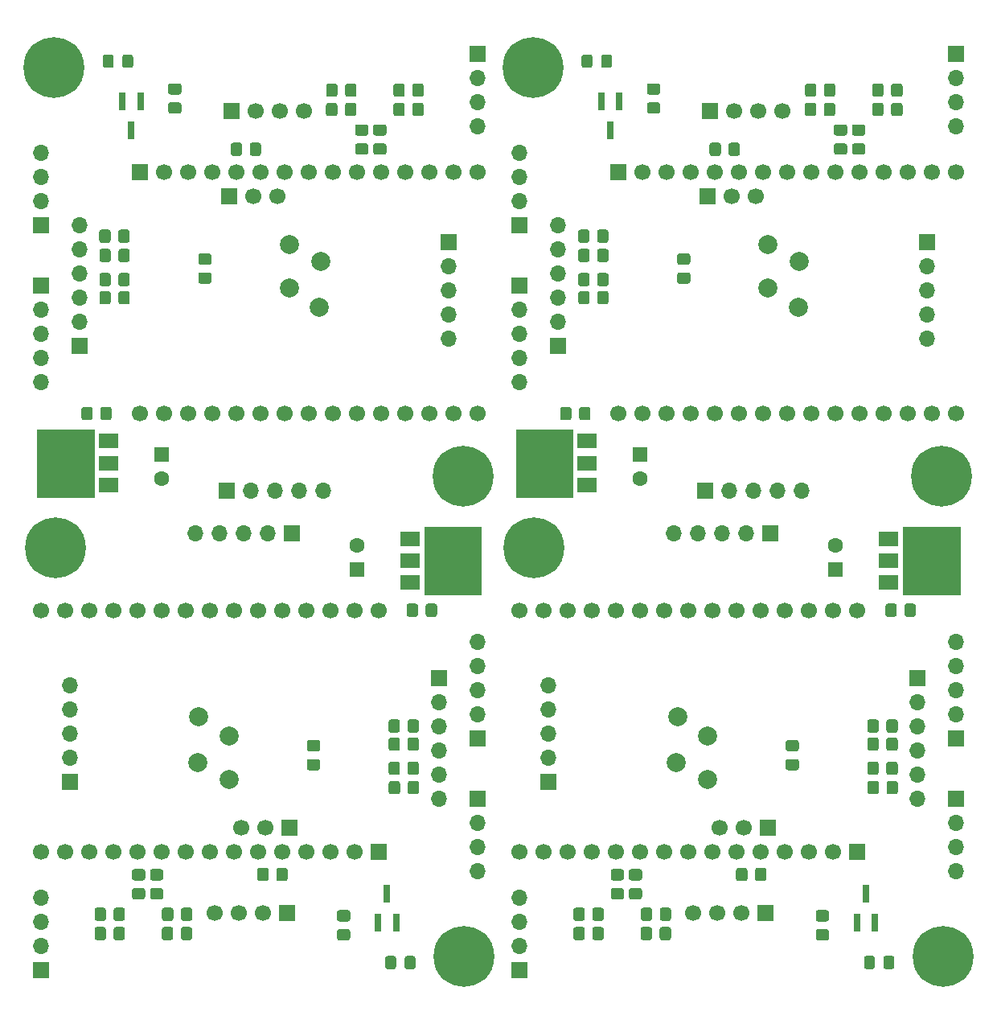
<source format=gts>
G04 #@! TF.GenerationSoftware,KiCad,Pcbnew,5.1.8-1.fc31*
G04 #@! TF.CreationDate,2021-02-10T10:50:14+01:00*
G04 #@! TF.ProjectId,neOSensorv5_panelized,6e654f53-656e-4736-9f72-76355f70616e,rev?*
G04 #@! TF.SameCoordinates,Original*
G04 #@! TF.FileFunction,Soldermask,Top*
G04 #@! TF.FilePolarity,Negative*
%FSLAX46Y46*%
G04 Gerber Fmt 4.6, Leading zero omitted, Abs format (unit mm)*
G04 Created by KiCad (PCBNEW 5.1.8-1.fc31) date 2021-02-10 10:50:14*
%MOMM*%
%LPD*%
G01*
G04 APERTURE LIST*
%ADD10C,0.100000*%
%ADD11R,0.800000X1.900000*%
%ADD12C,1.700000*%
%ADD13R,1.700000X1.700000*%
%ADD14O,1.700000X1.700000*%
%ADD15R,2.000000X1.500000*%
%ADD16R,2.000000X3.800000*%
%ADD17C,2.000000*%
%ADD18C,6.400000*%
%ADD19C,1.600000*%
%ADD20R,1.600000X1.600000*%
G04 APERTURE END LIST*
D10*
G36*
X32766000Y-73787000D02*
G01*
X26797000Y-73787000D01*
X26797000Y-66675000D01*
X32766000Y-66675000D01*
X32766000Y-73787000D01*
G37*
X32766000Y-73787000D02*
X26797000Y-73787000D01*
X26797000Y-66675000D01*
X32766000Y-66675000D01*
X32766000Y-73787000D01*
G36*
X83185000Y-73787000D02*
G01*
X77216000Y-73787000D01*
X77216000Y-66675000D01*
X83185000Y-66675000D01*
X83185000Y-73787000D01*
G37*
X83185000Y-73787000D02*
X77216000Y-73787000D01*
X77216000Y-66675000D01*
X83185000Y-66675000D01*
X83185000Y-73787000D01*
G36*
X73533000Y-84074000D02*
G01*
X67564000Y-84074000D01*
X67564000Y-76962000D01*
X73533000Y-76962000D01*
X73533000Y-84074000D01*
G37*
X73533000Y-84074000D02*
X67564000Y-84074000D01*
X67564000Y-76962000D01*
X73533000Y-76962000D01*
X73533000Y-84074000D01*
G36*
X123952000Y-84074000D02*
G01*
X117983000Y-84074000D01*
X117983000Y-76962000D01*
X123952000Y-76962000D01*
X123952000Y-84074000D01*
G37*
X123952000Y-84074000D02*
X117983000Y-84074000D01*
X117983000Y-76962000D01*
X123952000Y-76962000D01*
X123952000Y-84074000D01*
D11*
G04 #@! TO.C,Q1*
X36703000Y-35179000D03*
X35753000Y-32179000D03*
X37653000Y-32179000D03*
G04 #@! TD*
D12*
G04 #@! TO.C,U1*
X52070000Y-42164000D03*
X49530000Y-42164000D03*
D13*
X46990000Y-42164000D03*
G04 #@! TD*
D12*
G04 #@! TO.C,U2*
X54864000Y-33147000D03*
X52324000Y-33147000D03*
X49784000Y-33147000D03*
D13*
X47244000Y-33147000D03*
G04 #@! TD*
D12*
G04 #@! TO.C,U3*
X37592000Y-65024000D03*
X40132000Y-65024000D03*
X42672000Y-65024000D03*
X45212000Y-65024000D03*
X47752000Y-65024000D03*
X50292000Y-65024000D03*
X52832000Y-65024000D03*
X55372000Y-65024000D03*
X57912000Y-65024000D03*
X60452000Y-65024000D03*
X62992000Y-65024000D03*
X65532000Y-65024000D03*
X68072000Y-65024000D03*
X70612000Y-65024000D03*
X73152000Y-65024000D03*
X73152000Y-39624000D03*
X70612000Y-39624000D03*
X68072000Y-39624000D03*
X65532000Y-39624000D03*
X62992000Y-39624000D03*
X60452000Y-39624000D03*
X57912000Y-39624000D03*
X55372000Y-39624000D03*
X52832000Y-39624000D03*
X50292000Y-39624000D03*
X47752000Y-39624000D03*
X45212000Y-39624000D03*
X42672000Y-39624000D03*
X40132000Y-39624000D03*
D13*
X37592000Y-39624000D03*
G04 #@! TD*
D14*
G04 #@! TO.C,J6*
X31242000Y-45212000D03*
X31242000Y-47752000D03*
X31242000Y-50292000D03*
X31242000Y-52832000D03*
X31242000Y-55372000D03*
D13*
X31242000Y-57912000D03*
G04 #@! TD*
D15*
G04 #@! TO.C,U4*
X34290000Y-72531000D03*
X34290000Y-67931000D03*
X34290000Y-70231000D03*
D16*
X27990000Y-70231000D03*
G04 #@! TD*
D17*
G04 #@! TO.C,TP6*
X53340000Y-47244000D03*
G04 #@! TD*
G04 #@! TO.C,TP5*
X56642000Y-49022000D03*
G04 #@! TD*
G04 #@! TO.C,TP4*
X53340000Y-51816000D03*
G04 #@! TD*
G04 #@! TO.C,TP3*
X56515000Y-53848000D03*
G04 #@! TD*
G04 #@! TO.C,R21*
G36*
G01*
X61410001Y-35779000D02*
X60509999Y-35779000D01*
G75*
G02*
X60260000Y-35529001I0J249999D01*
G01*
X60260000Y-34828999D01*
G75*
G02*
X60509999Y-34579000I249999J0D01*
G01*
X61410001Y-34579000D01*
G75*
G02*
X61660000Y-34828999I0J-249999D01*
G01*
X61660000Y-35529001D01*
G75*
G02*
X61410001Y-35779000I-249999J0D01*
G01*
G37*
G36*
G01*
X61410001Y-37779000D02*
X60509999Y-37779000D01*
G75*
G02*
X60260000Y-37529001I0J249999D01*
G01*
X60260000Y-36828999D01*
G75*
G02*
X60509999Y-36579000I249999J0D01*
G01*
X61410001Y-36579000D01*
G75*
G02*
X61660000Y-36828999I0J-249999D01*
G01*
X61660000Y-37529001D01*
G75*
G02*
X61410001Y-37779000I-249999J0D01*
G01*
G37*
G04 #@! TD*
G04 #@! TO.C,R20*
G36*
G01*
X35325000Y-46805001D02*
X35325000Y-45904999D01*
G75*
G02*
X35574999Y-45655000I249999J0D01*
G01*
X36275001Y-45655000D01*
G75*
G02*
X36525000Y-45904999I0J-249999D01*
G01*
X36525000Y-46805001D01*
G75*
G02*
X36275001Y-47055000I-249999J0D01*
G01*
X35574999Y-47055000D01*
G75*
G02*
X35325000Y-46805001I0J249999D01*
G01*
G37*
G36*
G01*
X33325000Y-46805001D02*
X33325000Y-45904999D01*
G75*
G02*
X33574999Y-45655000I249999J0D01*
G01*
X34275001Y-45655000D01*
G75*
G02*
X34525000Y-45904999I0J-249999D01*
G01*
X34525000Y-46805001D01*
G75*
G02*
X34275001Y-47055000I-249999J0D01*
G01*
X33574999Y-47055000D01*
G75*
G02*
X33325000Y-46805001I0J249999D01*
G01*
G37*
G04 #@! TD*
G04 #@! TO.C,R19*
G36*
G01*
X35341000Y-51377001D02*
X35341000Y-50476999D01*
G75*
G02*
X35590999Y-50227000I249999J0D01*
G01*
X36291001Y-50227000D01*
G75*
G02*
X36541000Y-50476999I0J-249999D01*
G01*
X36541000Y-51377001D01*
G75*
G02*
X36291001Y-51627000I-249999J0D01*
G01*
X35590999Y-51627000D01*
G75*
G02*
X35341000Y-51377001I0J249999D01*
G01*
G37*
G36*
G01*
X33341000Y-51377001D02*
X33341000Y-50476999D01*
G75*
G02*
X33590999Y-50227000I249999J0D01*
G01*
X34291001Y-50227000D01*
G75*
G02*
X34541000Y-50476999I0J-249999D01*
G01*
X34541000Y-51377001D01*
G75*
G02*
X34291001Y-51627000I-249999J0D01*
G01*
X33590999Y-51627000D01*
G75*
G02*
X33341000Y-51377001I0J249999D01*
G01*
G37*
G04 #@! TD*
G04 #@! TO.C,R17*
G36*
G01*
X35341000Y-48837001D02*
X35341000Y-47936999D01*
G75*
G02*
X35590999Y-47687000I249999J0D01*
G01*
X36291001Y-47687000D01*
G75*
G02*
X36541000Y-47936999I0J-249999D01*
G01*
X36541000Y-48837001D01*
G75*
G02*
X36291001Y-49087000I-249999J0D01*
G01*
X35590999Y-49087000D01*
G75*
G02*
X35341000Y-48837001I0J249999D01*
G01*
G37*
G36*
G01*
X33341000Y-48837001D02*
X33341000Y-47936999D01*
G75*
G02*
X33590999Y-47687000I249999J0D01*
G01*
X34291001Y-47687000D01*
G75*
G02*
X34541000Y-47936999I0J-249999D01*
G01*
X34541000Y-48837001D01*
G75*
G02*
X34291001Y-49087000I-249999J0D01*
G01*
X33590999Y-49087000D01*
G75*
G02*
X33341000Y-48837001I0J249999D01*
G01*
G37*
G04 #@! TD*
G04 #@! TO.C,R16*
G36*
G01*
X35341000Y-53282001D02*
X35341000Y-52381999D01*
G75*
G02*
X35590999Y-52132000I249999J0D01*
G01*
X36291001Y-52132000D01*
G75*
G02*
X36541000Y-52381999I0J-249999D01*
G01*
X36541000Y-53282001D01*
G75*
G02*
X36291001Y-53532000I-249999J0D01*
G01*
X35590999Y-53532000D01*
G75*
G02*
X35341000Y-53282001I0J249999D01*
G01*
G37*
G36*
G01*
X33341000Y-53282001D02*
X33341000Y-52381999D01*
G75*
G02*
X33590999Y-52132000I249999J0D01*
G01*
X34291001Y-52132000D01*
G75*
G02*
X34541000Y-52381999I0J-249999D01*
G01*
X34541000Y-53282001D01*
G75*
G02*
X34291001Y-53532000I-249999J0D01*
G01*
X33590999Y-53532000D01*
G75*
G02*
X33341000Y-53282001I0J249999D01*
G01*
G37*
G04 #@! TD*
G04 #@! TO.C,R12*
G36*
G01*
X65497000Y-30537999D02*
X65497000Y-31438001D01*
G75*
G02*
X65247001Y-31688000I-249999J0D01*
G01*
X64546999Y-31688000D01*
G75*
G02*
X64297000Y-31438001I0J249999D01*
G01*
X64297000Y-30537999D01*
G75*
G02*
X64546999Y-30288000I249999J0D01*
G01*
X65247001Y-30288000D01*
G75*
G02*
X65497000Y-30537999I0J-249999D01*
G01*
G37*
G36*
G01*
X67497000Y-30537999D02*
X67497000Y-31438001D01*
G75*
G02*
X67247001Y-31688000I-249999J0D01*
G01*
X66546999Y-31688000D01*
G75*
G02*
X66297000Y-31438001I0J249999D01*
G01*
X66297000Y-30537999D01*
G75*
G02*
X66546999Y-30288000I249999J0D01*
G01*
X67247001Y-30288000D01*
G75*
G02*
X67497000Y-30537999I0J-249999D01*
G01*
G37*
G04 #@! TD*
G04 #@! TO.C,R11*
G36*
G01*
X66297000Y-33470001D02*
X66297000Y-32569999D01*
G75*
G02*
X66546999Y-32320000I249999J0D01*
G01*
X67247001Y-32320000D01*
G75*
G02*
X67497000Y-32569999I0J-249999D01*
G01*
X67497000Y-33470001D01*
G75*
G02*
X67247001Y-33720000I-249999J0D01*
G01*
X66546999Y-33720000D01*
G75*
G02*
X66297000Y-33470001I0J249999D01*
G01*
G37*
G36*
G01*
X64297000Y-33470001D02*
X64297000Y-32569999D01*
G75*
G02*
X64546999Y-32320000I249999J0D01*
G01*
X65247001Y-32320000D01*
G75*
G02*
X65497000Y-32569999I0J-249999D01*
G01*
X65497000Y-33470001D01*
G75*
G02*
X65247001Y-33720000I-249999J0D01*
G01*
X64546999Y-33720000D01*
G75*
G02*
X64297000Y-33470001I0J249999D01*
G01*
G37*
G04 #@! TD*
G04 #@! TO.C,R10*
G36*
G01*
X58417000Y-30537999D02*
X58417000Y-31438001D01*
G75*
G02*
X58167001Y-31688000I-249999J0D01*
G01*
X57466999Y-31688000D01*
G75*
G02*
X57217000Y-31438001I0J249999D01*
G01*
X57217000Y-30537999D01*
G75*
G02*
X57466999Y-30288000I249999J0D01*
G01*
X58167001Y-30288000D01*
G75*
G02*
X58417000Y-30537999I0J-249999D01*
G01*
G37*
G36*
G01*
X60417000Y-30537999D02*
X60417000Y-31438001D01*
G75*
G02*
X60167001Y-31688000I-249999J0D01*
G01*
X59466999Y-31688000D01*
G75*
G02*
X59217000Y-31438001I0J249999D01*
G01*
X59217000Y-30537999D01*
G75*
G02*
X59466999Y-30288000I249999J0D01*
G01*
X60167001Y-30288000D01*
G75*
G02*
X60417000Y-30537999I0J-249999D01*
G01*
G37*
G04 #@! TD*
G04 #@! TO.C,R9*
G36*
G01*
X48368000Y-36760999D02*
X48368000Y-37661001D01*
G75*
G02*
X48118001Y-37911000I-249999J0D01*
G01*
X47417999Y-37911000D01*
G75*
G02*
X47168000Y-37661001I0J249999D01*
G01*
X47168000Y-36760999D01*
G75*
G02*
X47417999Y-36511000I249999J0D01*
G01*
X48118001Y-36511000D01*
G75*
G02*
X48368000Y-36760999I0J-249999D01*
G01*
G37*
G36*
G01*
X50368000Y-36760999D02*
X50368000Y-37661001D01*
G75*
G02*
X50118001Y-37911000I-249999J0D01*
G01*
X49417999Y-37911000D01*
G75*
G02*
X49168000Y-37661001I0J249999D01*
G01*
X49168000Y-36760999D01*
G75*
G02*
X49417999Y-36511000I249999J0D01*
G01*
X50118001Y-36511000D01*
G75*
G02*
X50368000Y-36760999I0J-249999D01*
G01*
G37*
G04 #@! TD*
G04 #@! TO.C,R8*
G36*
G01*
X63315001Y-35779000D02*
X62414999Y-35779000D01*
G75*
G02*
X62165000Y-35529001I0J249999D01*
G01*
X62165000Y-34828999D01*
G75*
G02*
X62414999Y-34579000I249999J0D01*
G01*
X63315001Y-34579000D01*
G75*
G02*
X63565000Y-34828999I0J-249999D01*
G01*
X63565000Y-35529001D01*
G75*
G02*
X63315001Y-35779000I-249999J0D01*
G01*
G37*
G36*
G01*
X63315001Y-37779000D02*
X62414999Y-37779000D01*
G75*
G02*
X62165000Y-37529001I0J249999D01*
G01*
X62165000Y-36828999D01*
G75*
G02*
X62414999Y-36579000I249999J0D01*
G01*
X63315001Y-36579000D01*
G75*
G02*
X63565000Y-36828999I0J-249999D01*
G01*
X63565000Y-37529001D01*
G75*
G02*
X63315001Y-37779000I-249999J0D01*
G01*
G37*
G04 #@! TD*
G04 #@! TO.C,R3*
G36*
G01*
X41725001Y-31461000D02*
X40824999Y-31461000D01*
G75*
G02*
X40575000Y-31211001I0J249999D01*
G01*
X40575000Y-30510999D01*
G75*
G02*
X40824999Y-30261000I249999J0D01*
G01*
X41725001Y-30261000D01*
G75*
G02*
X41975000Y-30510999I0J-249999D01*
G01*
X41975000Y-31211001D01*
G75*
G02*
X41725001Y-31461000I-249999J0D01*
G01*
G37*
G36*
G01*
X41725001Y-33461000D02*
X40824999Y-33461000D01*
G75*
G02*
X40575000Y-33211001I0J249999D01*
G01*
X40575000Y-32510999D01*
G75*
G02*
X40824999Y-32261000I249999J0D01*
G01*
X41725001Y-32261000D01*
G75*
G02*
X41975000Y-32510999I0J-249999D01*
G01*
X41975000Y-33211001D01*
G75*
G02*
X41725001Y-33461000I-249999J0D01*
G01*
G37*
G04 #@! TD*
D14*
G04 #@! TO.C,J5*
X70104000Y-57150000D03*
X70104000Y-54610000D03*
X70104000Y-52070000D03*
X70104000Y-49530000D03*
D13*
X70104000Y-46990000D03*
G04 #@! TD*
D14*
G04 #@! TO.C,J4*
X56896000Y-73152000D03*
X54356000Y-73152000D03*
X51816000Y-73152000D03*
X49276000Y-73152000D03*
D13*
X46736000Y-73152000D03*
G04 #@! TD*
D14*
G04 #@! TO.C,J3*
X27178000Y-61722000D03*
X27178000Y-59182000D03*
X27178000Y-56642000D03*
X27178000Y-54102000D03*
D13*
X27178000Y-51562000D03*
G04 #@! TD*
D14*
G04 #@! TO.C,J2*
X73152000Y-34798000D03*
X73152000Y-32258000D03*
X73152000Y-29718000D03*
D13*
X73152000Y-27178000D03*
G04 #@! TD*
D14*
G04 #@! TO.C,J1*
X27178000Y-37592000D03*
X27178000Y-40132000D03*
X27178000Y-42672000D03*
D13*
X27178000Y-45212000D03*
G04 #@! TD*
D18*
G04 #@! TO.C,H2*
X71628000Y-71628000D03*
G04 #@! TD*
G04 #@! TO.C,H1*
X28575000Y-28575000D03*
G04 #@! TD*
G04 #@! TO.C,D1*
G36*
G01*
X34847000Y-27489999D02*
X34847000Y-28390001D01*
G75*
G02*
X34597001Y-28640000I-249999J0D01*
G01*
X33946999Y-28640000D01*
G75*
G02*
X33697000Y-28390001I0J249999D01*
G01*
X33697000Y-27489999D01*
G75*
G02*
X33946999Y-27240000I249999J0D01*
G01*
X34597001Y-27240000D01*
G75*
G02*
X34847000Y-27489999I0J-249999D01*
G01*
G37*
G36*
G01*
X36897000Y-27489999D02*
X36897000Y-28390001D01*
G75*
G02*
X36647001Y-28640000I-249999J0D01*
G01*
X35996999Y-28640000D01*
G75*
G02*
X35747000Y-28390001I0J249999D01*
G01*
X35747000Y-27489999D01*
G75*
G02*
X35996999Y-27240000I249999J0D01*
G01*
X36647001Y-27240000D01*
G75*
G02*
X36897000Y-27489999I0J-249999D01*
G01*
G37*
G04 #@! TD*
G04 #@! TO.C,C4*
G36*
G01*
X59201000Y-33470001D02*
X59201000Y-32569999D01*
G75*
G02*
X59450999Y-32320000I249999J0D01*
G01*
X60151001Y-32320000D01*
G75*
G02*
X60401000Y-32569999I0J-249999D01*
G01*
X60401000Y-33470001D01*
G75*
G02*
X60151001Y-33720000I-249999J0D01*
G01*
X59450999Y-33720000D01*
G75*
G02*
X59201000Y-33470001I0J249999D01*
G01*
G37*
G36*
G01*
X57201000Y-33470001D02*
X57201000Y-32569999D01*
G75*
G02*
X57450999Y-32320000I249999J0D01*
G01*
X58151001Y-32320000D01*
G75*
G02*
X58401000Y-32569999I0J-249999D01*
G01*
X58401000Y-33470001D01*
G75*
G02*
X58151001Y-33720000I-249999J0D01*
G01*
X57450999Y-33720000D01*
G75*
G02*
X57201000Y-33470001I0J249999D01*
G01*
G37*
G04 #@! TD*
G04 #@! TO.C,C3*
G36*
G01*
X44900001Y-49368000D02*
X43999999Y-49368000D01*
G75*
G02*
X43750000Y-49118001I0J249999D01*
G01*
X43750000Y-48417999D01*
G75*
G02*
X43999999Y-48168000I249999J0D01*
G01*
X44900001Y-48168000D01*
G75*
G02*
X45150000Y-48417999I0J-249999D01*
G01*
X45150000Y-49118001D01*
G75*
G02*
X44900001Y-49368000I-249999J0D01*
G01*
G37*
G36*
G01*
X44900001Y-51368000D02*
X43999999Y-51368000D01*
G75*
G02*
X43750000Y-51118001I0J249999D01*
G01*
X43750000Y-50417999D01*
G75*
G02*
X43999999Y-50168000I249999J0D01*
G01*
X44900001Y-50168000D01*
G75*
G02*
X45150000Y-50417999I0J-249999D01*
G01*
X45150000Y-51118001D01*
G75*
G02*
X44900001Y-51368000I-249999J0D01*
G01*
G37*
G04 #@! TD*
D19*
G04 #@! TO.C,C2*
X39878000Y-71842000D03*
D20*
X39878000Y-69342000D03*
G04 #@! TD*
G04 #@! TO.C,C1*
G36*
G01*
X34636000Y-64573999D02*
X34636000Y-65474001D01*
G75*
G02*
X34386001Y-65724000I-249999J0D01*
G01*
X33685999Y-65724000D01*
G75*
G02*
X33436000Y-65474001I0J249999D01*
G01*
X33436000Y-64573999D01*
G75*
G02*
X33685999Y-64324000I249999J0D01*
G01*
X34386001Y-64324000D01*
G75*
G02*
X34636000Y-64573999I0J-249999D01*
G01*
G37*
G36*
G01*
X32636000Y-64573999D02*
X32636000Y-65474001D01*
G75*
G02*
X32386001Y-65724000I-249999J0D01*
G01*
X31685999Y-65724000D01*
G75*
G02*
X31436000Y-65474001I0J249999D01*
G01*
X31436000Y-64573999D01*
G75*
G02*
X31685999Y-64324000I249999J0D01*
G01*
X32386001Y-64324000D01*
G75*
G02*
X32636000Y-64573999I0J-249999D01*
G01*
G37*
G04 #@! TD*
D11*
G04 #@! TO.C,Q1*
X87122000Y-35179000D03*
X86172000Y-32179000D03*
X88072000Y-32179000D03*
G04 #@! TD*
D12*
G04 #@! TO.C,U1*
X102489000Y-42164000D03*
X99949000Y-42164000D03*
D13*
X97409000Y-42164000D03*
G04 #@! TD*
D12*
G04 #@! TO.C,U2*
X105283000Y-33147000D03*
X102743000Y-33147000D03*
X100203000Y-33147000D03*
D13*
X97663000Y-33147000D03*
G04 #@! TD*
D12*
G04 #@! TO.C,U3*
X88011000Y-65024000D03*
X90551000Y-65024000D03*
X93091000Y-65024000D03*
X95631000Y-65024000D03*
X98171000Y-65024000D03*
X100711000Y-65024000D03*
X103251000Y-65024000D03*
X105791000Y-65024000D03*
X108331000Y-65024000D03*
X110871000Y-65024000D03*
X113411000Y-65024000D03*
X115951000Y-65024000D03*
X118491000Y-65024000D03*
X121031000Y-65024000D03*
X123571000Y-65024000D03*
X123571000Y-39624000D03*
X121031000Y-39624000D03*
X118491000Y-39624000D03*
X115951000Y-39624000D03*
X113411000Y-39624000D03*
X110871000Y-39624000D03*
X108331000Y-39624000D03*
X105791000Y-39624000D03*
X103251000Y-39624000D03*
X100711000Y-39624000D03*
X98171000Y-39624000D03*
X95631000Y-39624000D03*
X93091000Y-39624000D03*
X90551000Y-39624000D03*
D13*
X88011000Y-39624000D03*
G04 #@! TD*
D14*
G04 #@! TO.C,J6*
X81661000Y-45212000D03*
X81661000Y-47752000D03*
X81661000Y-50292000D03*
X81661000Y-52832000D03*
X81661000Y-55372000D03*
D13*
X81661000Y-57912000D03*
G04 #@! TD*
D15*
G04 #@! TO.C,U4*
X84709000Y-72531000D03*
X84709000Y-67931000D03*
X84709000Y-70231000D03*
D16*
X78409000Y-70231000D03*
G04 #@! TD*
D17*
G04 #@! TO.C,TP6*
X103759000Y-47244000D03*
G04 #@! TD*
G04 #@! TO.C,TP5*
X107061000Y-49022000D03*
G04 #@! TD*
G04 #@! TO.C,TP4*
X103759000Y-51816000D03*
G04 #@! TD*
G04 #@! TO.C,TP3*
X106934000Y-53848000D03*
G04 #@! TD*
G04 #@! TO.C,R21*
G36*
G01*
X111829001Y-35779000D02*
X110928999Y-35779000D01*
G75*
G02*
X110679000Y-35529001I0J249999D01*
G01*
X110679000Y-34828999D01*
G75*
G02*
X110928999Y-34579000I249999J0D01*
G01*
X111829001Y-34579000D01*
G75*
G02*
X112079000Y-34828999I0J-249999D01*
G01*
X112079000Y-35529001D01*
G75*
G02*
X111829001Y-35779000I-249999J0D01*
G01*
G37*
G36*
G01*
X111829001Y-37779000D02*
X110928999Y-37779000D01*
G75*
G02*
X110679000Y-37529001I0J249999D01*
G01*
X110679000Y-36828999D01*
G75*
G02*
X110928999Y-36579000I249999J0D01*
G01*
X111829001Y-36579000D01*
G75*
G02*
X112079000Y-36828999I0J-249999D01*
G01*
X112079000Y-37529001D01*
G75*
G02*
X111829001Y-37779000I-249999J0D01*
G01*
G37*
G04 #@! TD*
G04 #@! TO.C,R20*
G36*
G01*
X85744000Y-46805001D02*
X85744000Y-45904999D01*
G75*
G02*
X85993999Y-45655000I249999J0D01*
G01*
X86694001Y-45655000D01*
G75*
G02*
X86944000Y-45904999I0J-249999D01*
G01*
X86944000Y-46805001D01*
G75*
G02*
X86694001Y-47055000I-249999J0D01*
G01*
X85993999Y-47055000D01*
G75*
G02*
X85744000Y-46805001I0J249999D01*
G01*
G37*
G36*
G01*
X83744000Y-46805001D02*
X83744000Y-45904999D01*
G75*
G02*
X83993999Y-45655000I249999J0D01*
G01*
X84694001Y-45655000D01*
G75*
G02*
X84944000Y-45904999I0J-249999D01*
G01*
X84944000Y-46805001D01*
G75*
G02*
X84694001Y-47055000I-249999J0D01*
G01*
X83993999Y-47055000D01*
G75*
G02*
X83744000Y-46805001I0J249999D01*
G01*
G37*
G04 #@! TD*
G04 #@! TO.C,R19*
G36*
G01*
X85760000Y-51377001D02*
X85760000Y-50476999D01*
G75*
G02*
X86009999Y-50227000I249999J0D01*
G01*
X86710001Y-50227000D01*
G75*
G02*
X86960000Y-50476999I0J-249999D01*
G01*
X86960000Y-51377001D01*
G75*
G02*
X86710001Y-51627000I-249999J0D01*
G01*
X86009999Y-51627000D01*
G75*
G02*
X85760000Y-51377001I0J249999D01*
G01*
G37*
G36*
G01*
X83760000Y-51377001D02*
X83760000Y-50476999D01*
G75*
G02*
X84009999Y-50227000I249999J0D01*
G01*
X84710001Y-50227000D01*
G75*
G02*
X84960000Y-50476999I0J-249999D01*
G01*
X84960000Y-51377001D01*
G75*
G02*
X84710001Y-51627000I-249999J0D01*
G01*
X84009999Y-51627000D01*
G75*
G02*
X83760000Y-51377001I0J249999D01*
G01*
G37*
G04 #@! TD*
G04 #@! TO.C,R17*
G36*
G01*
X85760000Y-48837001D02*
X85760000Y-47936999D01*
G75*
G02*
X86009999Y-47687000I249999J0D01*
G01*
X86710001Y-47687000D01*
G75*
G02*
X86960000Y-47936999I0J-249999D01*
G01*
X86960000Y-48837001D01*
G75*
G02*
X86710001Y-49087000I-249999J0D01*
G01*
X86009999Y-49087000D01*
G75*
G02*
X85760000Y-48837001I0J249999D01*
G01*
G37*
G36*
G01*
X83760000Y-48837001D02*
X83760000Y-47936999D01*
G75*
G02*
X84009999Y-47687000I249999J0D01*
G01*
X84710001Y-47687000D01*
G75*
G02*
X84960000Y-47936999I0J-249999D01*
G01*
X84960000Y-48837001D01*
G75*
G02*
X84710001Y-49087000I-249999J0D01*
G01*
X84009999Y-49087000D01*
G75*
G02*
X83760000Y-48837001I0J249999D01*
G01*
G37*
G04 #@! TD*
G04 #@! TO.C,R16*
G36*
G01*
X85760000Y-53282001D02*
X85760000Y-52381999D01*
G75*
G02*
X86009999Y-52132000I249999J0D01*
G01*
X86710001Y-52132000D01*
G75*
G02*
X86960000Y-52381999I0J-249999D01*
G01*
X86960000Y-53282001D01*
G75*
G02*
X86710001Y-53532000I-249999J0D01*
G01*
X86009999Y-53532000D01*
G75*
G02*
X85760000Y-53282001I0J249999D01*
G01*
G37*
G36*
G01*
X83760000Y-53282001D02*
X83760000Y-52381999D01*
G75*
G02*
X84009999Y-52132000I249999J0D01*
G01*
X84710001Y-52132000D01*
G75*
G02*
X84960000Y-52381999I0J-249999D01*
G01*
X84960000Y-53282001D01*
G75*
G02*
X84710001Y-53532000I-249999J0D01*
G01*
X84009999Y-53532000D01*
G75*
G02*
X83760000Y-53282001I0J249999D01*
G01*
G37*
G04 #@! TD*
G04 #@! TO.C,R12*
G36*
G01*
X115916000Y-30537999D02*
X115916000Y-31438001D01*
G75*
G02*
X115666001Y-31688000I-249999J0D01*
G01*
X114965999Y-31688000D01*
G75*
G02*
X114716000Y-31438001I0J249999D01*
G01*
X114716000Y-30537999D01*
G75*
G02*
X114965999Y-30288000I249999J0D01*
G01*
X115666001Y-30288000D01*
G75*
G02*
X115916000Y-30537999I0J-249999D01*
G01*
G37*
G36*
G01*
X117916000Y-30537999D02*
X117916000Y-31438001D01*
G75*
G02*
X117666001Y-31688000I-249999J0D01*
G01*
X116965999Y-31688000D01*
G75*
G02*
X116716000Y-31438001I0J249999D01*
G01*
X116716000Y-30537999D01*
G75*
G02*
X116965999Y-30288000I249999J0D01*
G01*
X117666001Y-30288000D01*
G75*
G02*
X117916000Y-30537999I0J-249999D01*
G01*
G37*
G04 #@! TD*
G04 #@! TO.C,R11*
G36*
G01*
X116716000Y-33470001D02*
X116716000Y-32569999D01*
G75*
G02*
X116965999Y-32320000I249999J0D01*
G01*
X117666001Y-32320000D01*
G75*
G02*
X117916000Y-32569999I0J-249999D01*
G01*
X117916000Y-33470001D01*
G75*
G02*
X117666001Y-33720000I-249999J0D01*
G01*
X116965999Y-33720000D01*
G75*
G02*
X116716000Y-33470001I0J249999D01*
G01*
G37*
G36*
G01*
X114716000Y-33470001D02*
X114716000Y-32569999D01*
G75*
G02*
X114965999Y-32320000I249999J0D01*
G01*
X115666001Y-32320000D01*
G75*
G02*
X115916000Y-32569999I0J-249999D01*
G01*
X115916000Y-33470001D01*
G75*
G02*
X115666001Y-33720000I-249999J0D01*
G01*
X114965999Y-33720000D01*
G75*
G02*
X114716000Y-33470001I0J249999D01*
G01*
G37*
G04 #@! TD*
G04 #@! TO.C,R10*
G36*
G01*
X108836000Y-30537999D02*
X108836000Y-31438001D01*
G75*
G02*
X108586001Y-31688000I-249999J0D01*
G01*
X107885999Y-31688000D01*
G75*
G02*
X107636000Y-31438001I0J249999D01*
G01*
X107636000Y-30537999D01*
G75*
G02*
X107885999Y-30288000I249999J0D01*
G01*
X108586001Y-30288000D01*
G75*
G02*
X108836000Y-30537999I0J-249999D01*
G01*
G37*
G36*
G01*
X110836000Y-30537999D02*
X110836000Y-31438001D01*
G75*
G02*
X110586001Y-31688000I-249999J0D01*
G01*
X109885999Y-31688000D01*
G75*
G02*
X109636000Y-31438001I0J249999D01*
G01*
X109636000Y-30537999D01*
G75*
G02*
X109885999Y-30288000I249999J0D01*
G01*
X110586001Y-30288000D01*
G75*
G02*
X110836000Y-30537999I0J-249999D01*
G01*
G37*
G04 #@! TD*
G04 #@! TO.C,R9*
G36*
G01*
X98787000Y-36760999D02*
X98787000Y-37661001D01*
G75*
G02*
X98537001Y-37911000I-249999J0D01*
G01*
X97836999Y-37911000D01*
G75*
G02*
X97587000Y-37661001I0J249999D01*
G01*
X97587000Y-36760999D01*
G75*
G02*
X97836999Y-36511000I249999J0D01*
G01*
X98537001Y-36511000D01*
G75*
G02*
X98787000Y-36760999I0J-249999D01*
G01*
G37*
G36*
G01*
X100787000Y-36760999D02*
X100787000Y-37661001D01*
G75*
G02*
X100537001Y-37911000I-249999J0D01*
G01*
X99836999Y-37911000D01*
G75*
G02*
X99587000Y-37661001I0J249999D01*
G01*
X99587000Y-36760999D01*
G75*
G02*
X99836999Y-36511000I249999J0D01*
G01*
X100537001Y-36511000D01*
G75*
G02*
X100787000Y-36760999I0J-249999D01*
G01*
G37*
G04 #@! TD*
G04 #@! TO.C,R8*
G36*
G01*
X113734001Y-35779000D02*
X112833999Y-35779000D01*
G75*
G02*
X112584000Y-35529001I0J249999D01*
G01*
X112584000Y-34828999D01*
G75*
G02*
X112833999Y-34579000I249999J0D01*
G01*
X113734001Y-34579000D01*
G75*
G02*
X113984000Y-34828999I0J-249999D01*
G01*
X113984000Y-35529001D01*
G75*
G02*
X113734001Y-35779000I-249999J0D01*
G01*
G37*
G36*
G01*
X113734001Y-37779000D02*
X112833999Y-37779000D01*
G75*
G02*
X112584000Y-37529001I0J249999D01*
G01*
X112584000Y-36828999D01*
G75*
G02*
X112833999Y-36579000I249999J0D01*
G01*
X113734001Y-36579000D01*
G75*
G02*
X113984000Y-36828999I0J-249999D01*
G01*
X113984000Y-37529001D01*
G75*
G02*
X113734001Y-37779000I-249999J0D01*
G01*
G37*
G04 #@! TD*
G04 #@! TO.C,R3*
G36*
G01*
X92144001Y-31461000D02*
X91243999Y-31461000D01*
G75*
G02*
X90994000Y-31211001I0J249999D01*
G01*
X90994000Y-30510999D01*
G75*
G02*
X91243999Y-30261000I249999J0D01*
G01*
X92144001Y-30261000D01*
G75*
G02*
X92394000Y-30510999I0J-249999D01*
G01*
X92394000Y-31211001D01*
G75*
G02*
X92144001Y-31461000I-249999J0D01*
G01*
G37*
G36*
G01*
X92144001Y-33461000D02*
X91243999Y-33461000D01*
G75*
G02*
X90994000Y-33211001I0J249999D01*
G01*
X90994000Y-32510999D01*
G75*
G02*
X91243999Y-32261000I249999J0D01*
G01*
X92144001Y-32261000D01*
G75*
G02*
X92394000Y-32510999I0J-249999D01*
G01*
X92394000Y-33211001D01*
G75*
G02*
X92144001Y-33461000I-249999J0D01*
G01*
G37*
G04 #@! TD*
D14*
G04 #@! TO.C,J5*
X120523000Y-57150000D03*
X120523000Y-54610000D03*
X120523000Y-52070000D03*
X120523000Y-49530000D03*
D13*
X120523000Y-46990000D03*
G04 #@! TD*
D14*
G04 #@! TO.C,J4*
X107315000Y-73152000D03*
X104775000Y-73152000D03*
X102235000Y-73152000D03*
X99695000Y-73152000D03*
D13*
X97155000Y-73152000D03*
G04 #@! TD*
D14*
G04 #@! TO.C,J3*
X77597000Y-61722000D03*
X77597000Y-59182000D03*
X77597000Y-56642000D03*
X77597000Y-54102000D03*
D13*
X77597000Y-51562000D03*
G04 #@! TD*
D14*
G04 #@! TO.C,J2*
X123571000Y-34798000D03*
X123571000Y-32258000D03*
X123571000Y-29718000D03*
D13*
X123571000Y-27178000D03*
G04 #@! TD*
D14*
G04 #@! TO.C,J1*
X77597000Y-37592000D03*
X77597000Y-40132000D03*
X77597000Y-42672000D03*
D13*
X77597000Y-45212000D03*
G04 #@! TD*
D18*
G04 #@! TO.C,H2*
X122047000Y-71628000D03*
G04 #@! TD*
G04 #@! TO.C,H1*
X78994000Y-28575000D03*
G04 #@! TD*
G04 #@! TO.C,D1*
G36*
G01*
X85266000Y-27489999D02*
X85266000Y-28390001D01*
G75*
G02*
X85016001Y-28640000I-249999J0D01*
G01*
X84365999Y-28640000D01*
G75*
G02*
X84116000Y-28390001I0J249999D01*
G01*
X84116000Y-27489999D01*
G75*
G02*
X84365999Y-27240000I249999J0D01*
G01*
X85016001Y-27240000D01*
G75*
G02*
X85266000Y-27489999I0J-249999D01*
G01*
G37*
G36*
G01*
X87316000Y-27489999D02*
X87316000Y-28390001D01*
G75*
G02*
X87066001Y-28640000I-249999J0D01*
G01*
X86415999Y-28640000D01*
G75*
G02*
X86166000Y-28390001I0J249999D01*
G01*
X86166000Y-27489999D01*
G75*
G02*
X86415999Y-27240000I249999J0D01*
G01*
X87066001Y-27240000D01*
G75*
G02*
X87316000Y-27489999I0J-249999D01*
G01*
G37*
G04 #@! TD*
G04 #@! TO.C,C4*
G36*
G01*
X109620000Y-33470001D02*
X109620000Y-32569999D01*
G75*
G02*
X109869999Y-32320000I249999J0D01*
G01*
X110570001Y-32320000D01*
G75*
G02*
X110820000Y-32569999I0J-249999D01*
G01*
X110820000Y-33470001D01*
G75*
G02*
X110570001Y-33720000I-249999J0D01*
G01*
X109869999Y-33720000D01*
G75*
G02*
X109620000Y-33470001I0J249999D01*
G01*
G37*
G36*
G01*
X107620000Y-33470001D02*
X107620000Y-32569999D01*
G75*
G02*
X107869999Y-32320000I249999J0D01*
G01*
X108570001Y-32320000D01*
G75*
G02*
X108820000Y-32569999I0J-249999D01*
G01*
X108820000Y-33470001D01*
G75*
G02*
X108570001Y-33720000I-249999J0D01*
G01*
X107869999Y-33720000D01*
G75*
G02*
X107620000Y-33470001I0J249999D01*
G01*
G37*
G04 #@! TD*
G04 #@! TO.C,C3*
G36*
G01*
X95319001Y-49368000D02*
X94418999Y-49368000D01*
G75*
G02*
X94169000Y-49118001I0J249999D01*
G01*
X94169000Y-48417999D01*
G75*
G02*
X94418999Y-48168000I249999J0D01*
G01*
X95319001Y-48168000D01*
G75*
G02*
X95569000Y-48417999I0J-249999D01*
G01*
X95569000Y-49118001D01*
G75*
G02*
X95319001Y-49368000I-249999J0D01*
G01*
G37*
G36*
G01*
X95319001Y-51368000D02*
X94418999Y-51368000D01*
G75*
G02*
X94169000Y-51118001I0J249999D01*
G01*
X94169000Y-50417999D01*
G75*
G02*
X94418999Y-50168000I249999J0D01*
G01*
X95319001Y-50168000D01*
G75*
G02*
X95569000Y-50417999I0J-249999D01*
G01*
X95569000Y-51118001D01*
G75*
G02*
X95319001Y-51368000I-249999J0D01*
G01*
G37*
G04 #@! TD*
D19*
G04 #@! TO.C,C2*
X90297000Y-71842000D03*
D20*
X90297000Y-69342000D03*
G04 #@! TD*
G04 #@! TO.C,C1*
G36*
G01*
X85055000Y-64573999D02*
X85055000Y-65474001D01*
G75*
G02*
X84805001Y-65724000I-249999J0D01*
G01*
X84104999Y-65724000D01*
G75*
G02*
X83855000Y-65474001I0J249999D01*
G01*
X83855000Y-64573999D01*
G75*
G02*
X84104999Y-64324000I249999J0D01*
G01*
X84805001Y-64324000D01*
G75*
G02*
X85055000Y-64573999I0J-249999D01*
G01*
G37*
G36*
G01*
X83055000Y-64573999D02*
X83055000Y-65474001D01*
G75*
G02*
X82805001Y-65724000I-249999J0D01*
G01*
X82104999Y-65724000D01*
G75*
G02*
X81855000Y-65474001I0J249999D01*
G01*
X81855000Y-64573999D01*
G75*
G02*
X82104999Y-64324000I249999J0D01*
G01*
X82805001Y-64324000D01*
G75*
G02*
X83055000Y-64573999I0J-249999D01*
G01*
G37*
G04 #@! TD*
D11*
G04 #@! TO.C,Q1*
X63627000Y-115570000D03*
X64577000Y-118570000D03*
X62677000Y-118570000D03*
G04 #@! TD*
D12*
G04 #@! TO.C,U1*
X48260000Y-108585000D03*
X50800000Y-108585000D03*
D13*
X53340000Y-108585000D03*
G04 #@! TD*
D12*
G04 #@! TO.C,U2*
X45466000Y-117602000D03*
X48006000Y-117602000D03*
X50546000Y-117602000D03*
D13*
X53086000Y-117602000D03*
G04 #@! TD*
D12*
G04 #@! TO.C,U3*
X62738000Y-85725000D03*
X60198000Y-85725000D03*
X57658000Y-85725000D03*
X55118000Y-85725000D03*
X52578000Y-85725000D03*
X50038000Y-85725000D03*
X47498000Y-85725000D03*
X44958000Y-85725000D03*
X42418000Y-85725000D03*
X39878000Y-85725000D03*
X37338000Y-85725000D03*
X34798000Y-85725000D03*
X32258000Y-85725000D03*
X29718000Y-85725000D03*
X27178000Y-85725000D03*
X27178000Y-111125000D03*
X29718000Y-111125000D03*
X32258000Y-111125000D03*
X34798000Y-111125000D03*
X37338000Y-111125000D03*
X39878000Y-111125000D03*
X42418000Y-111125000D03*
X44958000Y-111125000D03*
X47498000Y-111125000D03*
X50038000Y-111125000D03*
X52578000Y-111125000D03*
X55118000Y-111125000D03*
X57658000Y-111125000D03*
X60198000Y-111125000D03*
D13*
X62738000Y-111125000D03*
G04 #@! TD*
D14*
G04 #@! TO.C,J6*
X69088000Y-105537000D03*
X69088000Y-102997000D03*
X69088000Y-100457000D03*
X69088000Y-97917000D03*
X69088000Y-95377000D03*
D13*
X69088000Y-92837000D03*
G04 #@! TD*
D15*
G04 #@! TO.C,U4*
X66040000Y-78218000D03*
X66040000Y-82818000D03*
X66040000Y-80518000D03*
D16*
X72340000Y-80518000D03*
G04 #@! TD*
D17*
G04 #@! TO.C,TP6*
X46990000Y-103505000D03*
G04 #@! TD*
G04 #@! TO.C,TP5*
X43688000Y-101727000D03*
G04 #@! TD*
G04 #@! TO.C,TP4*
X46990000Y-98933000D03*
G04 #@! TD*
G04 #@! TO.C,TP3*
X43815000Y-96901000D03*
G04 #@! TD*
G04 #@! TO.C,R21*
G36*
G01*
X38919999Y-114970000D02*
X39820001Y-114970000D01*
G75*
G02*
X40070000Y-115219999I0J-249999D01*
G01*
X40070000Y-115920001D01*
G75*
G02*
X39820001Y-116170000I-249999J0D01*
G01*
X38919999Y-116170000D01*
G75*
G02*
X38670000Y-115920001I0J249999D01*
G01*
X38670000Y-115219999D01*
G75*
G02*
X38919999Y-114970000I249999J0D01*
G01*
G37*
G36*
G01*
X38919999Y-112970000D02*
X39820001Y-112970000D01*
G75*
G02*
X40070000Y-113219999I0J-249999D01*
G01*
X40070000Y-113920001D01*
G75*
G02*
X39820001Y-114170000I-249999J0D01*
G01*
X38919999Y-114170000D01*
G75*
G02*
X38670000Y-113920001I0J249999D01*
G01*
X38670000Y-113219999D01*
G75*
G02*
X38919999Y-112970000I249999J0D01*
G01*
G37*
G04 #@! TD*
G04 #@! TO.C,R20*
G36*
G01*
X65005000Y-103943999D02*
X65005000Y-104844001D01*
G75*
G02*
X64755001Y-105094000I-249999J0D01*
G01*
X64054999Y-105094000D01*
G75*
G02*
X63805000Y-104844001I0J249999D01*
G01*
X63805000Y-103943999D01*
G75*
G02*
X64054999Y-103694000I249999J0D01*
G01*
X64755001Y-103694000D01*
G75*
G02*
X65005000Y-103943999I0J-249999D01*
G01*
G37*
G36*
G01*
X67005000Y-103943999D02*
X67005000Y-104844001D01*
G75*
G02*
X66755001Y-105094000I-249999J0D01*
G01*
X66054999Y-105094000D01*
G75*
G02*
X65805000Y-104844001I0J249999D01*
G01*
X65805000Y-103943999D01*
G75*
G02*
X66054999Y-103694000I249999J0D01*
G01*
X66755001Y-103694000D01*
G75*
G02*
X67005000Y-103943999I0J-249999D01*
G01*
G37*
G04 #@! TD*
G04 #@! TO.C,R19*
G36*
G01*
X64989000Y-99371999D02*
X64989000Y-100272001D01*
G75*
G02*
X64739001Y-100522000I-249999J0D01*
G01*
X64038999Y-100522000D01*
G75*
G02*
X63789000Y-100272001I0J249999D01*
G01*
X63789000Y-99371999D01*
G75*
G02*
X64038999Y-99122000I249999J0D01*
G01*
X64739001Y-99122000D01*
G75*
G02*
X64989000Y-99371999I0J-249999D01*
G01*
G37*
G36*
G01*
X66989000Y-99371999D02*
X66989000Y-100272001D01*
G75*
G02*
X66739001Y-100522000I-249999J0D01*
G01*
X66038999Y-100522000D01*
G75*
G02*
X65789000Y-100272001I0J249999D01*
G01*
X65789000Y-99371999D01*
G75*
G02*
X66038999Y-99122000I249999J0D01*
G01*
X66739001Y-99122000D01*
G75*
G02*
X66989000Y-99371999I0J-249999D01*
G01*
G37*
G04 #@! TD*
G04 #@! TO.C,R17*
G36*
G01*
X64989000Y-101911999D02*
X64989000Y-102812001D01*
G75*
G02*
X64739001Y-103062000I-249999J0D01*
G01*
X64038999Y-103062000D01*
G75*
G02*
X63789000Y-102812001I0J249999D01*
G01*
X63789000Y-101911999D01*
G75*
G02*
X64038999Y-101662000I249999J0D01*
G01*
X64739001Y-101662000D01*
G75*
G02*
X64989000Y-101911999I0J-249999D01*
G01*
G37*
G36*
G01*
X66989000Y-101911999D02*
X66989000Y-102812001D01*
G75*
G02*
X66739001Y-103062000I-249999J0D01*
G01*
X66038999Y-103062000D01*
G75*
G02*
X65789000Y-102812001I0J249999D01*
G01*
X65789000Y-101911999D01*
G75*
G02*
X66038999Y-101662000I249999J0D01*
G01*
X66739001Y-101662000D01*
G75*
G02*
X66989000Y-101911999I0J-249999D01*
G01*
G37*
G04 #@! TD*
G04 #@! TO.C,R16*
G36*
G01*
X64989000Y-97466999D02*
X64989000Y-98367001D01*
G75*
G02*
X64739001Y-98617000I-249999J0D01*
G01*
X64038999Y-98617000D01*
G75*
G02*
X63789000Y-98367001I0J249999D01*
G01*
X63789000Y-97466999D01*
G75*
G02*
X64038999Y-97217000I249999J0D01*
G01*
X64739001Y-97217000D01*
G75*
G02*
X64989000Y-97466999I0J-249999D01*
G01*
G37*
G36*
G01*
X66989000Y-97466999D02*
X66989000Y-98367001D01*
G75*
G02*
X66739001Y-98617000I-249999J0D01*
G01*
X66038999Y-98617000D01*
G75*
G02*
X65789000Y-98367001I0J249999D01*
G01*
X65789000Y-97466999D01*
G75*
G02*
X66038999Y-97217000I249999J0D01*
G01*
X66739001Y-97217000D01*
G75*
G02*
X66989000Y-97466999I0J-249999D01*
G01*
G37*
G04 #@! TD*
G04 #@! TO.C,R12*
G36*
G01*
X34833000Y-120211001D02*
X34833000Y-119310999D01*
G75*
G02*
X35082999Y-119061000I249999J0D01*
G01*
X35783001Y-119061000D01*
G75*
G02*
X36033000Y-119310999I0J-249999D01*
G01*
X36033000Y-120211001D01*
G75*
G02*
X35783001Y-120461000I-249999J0D01*
G01*
X35082999Y-120461000D01*
G75*
G02*
X34833000Y-120211001I0J249999D01*
G01*
G37*
G36*
G01*
X32833000Y-120211001D02*
X32833000Y-119310999D01*
G75*
G02*
X33082999Y-119061000I249999J0D01*
G01*
X33783001Y-119061000D01*
G75*
G02*
X34033000Y-119310999I0J-249999D01*
G01*
X34033000Y-120211001D01*
G75*
G02*
X33783001Y-120461000I-249999J0D01*
G01*
X33082999Y-120461000D01*
G75*
G02*
X32833000Y-120211001I0J249999D01*
G01*
G37*
G04 #@! TD*
G04 #@! TO.C,R11*
G36*
G01*
X34033000Y-117278999D02*
X34033000Y-118179001D01*
G75*
G02*
X33783001Y-118429000I-249999J0D01*
G01*
X33082999Y-118429000D01*
G75*
G02*
X32833000Y-118179001I0J249999D01*
G01*
X32833000Y-117278999D01*
G75*
G02*
X33082999Y-117029000I249999J0D01*
G01*
X33783001Y-117029000D01*
G75*
G02*
X34033000Y-117278999I0J-249999D01*
G01*
G37*
G36*
G01*
X36033000Y-117278999D02*
X36033000Y-118179001D01*
G75*
G02*
X35783001Y-118429000I-249999J0D01*
G01*
X35082999Y-118429000D01*
G75*
G02*
X34833000Y-118179001I0J249999D01*
G01*
X34833000Y-117278999D01*
G75*
G02*
X35082999Y-117029000I249999J0D01*
G01*
X35783001Y-117029000D01*
G75*
G02*
X36033000Y-117278999I0J-249999D01*
G01*
G37*
G04 #@! TD*
G04 #@! TO.C,R10*
G36*
G01*
X41913000Y-120211001D02*
X41913000Y-119310999D01*
G75*
G02*
X42162999Y-119061000I249999J0D01*
G01*
X42863001Y-119061000D01*
G75*
G02*
X43113000Y-119310999I0J-249999D01*
G01*
X43113000Y-120211001D01*
G75*
G02*
X42863001Y-120461000I-249999J0D01*
G01*
X42162999Y-120461000D01*
G75*
G02*
X41913000Y-120211001I0J249999D01*
G01*
G37*
G36*
G01*
X39913000Y-120211001D02*
X39913000Y-119310999D01*
G75*
G02*
X40162999Y-119061000I249999J0D01*
G01*
X40863001Y-119061000D01*
G75*
G02*
X41113000Y-119310999I0J-249999D01*
G01*
X41113000Y-120211001D01*
G75*
G02*
X40863001Y-120461000I-249999J0D01*
G01*
X40162999Y-120461000D01*
G75*
G02*
X39913000Y-120211001I0J249999D01*
G01*
G37*
G04 #@! TD*
G04 #@! TO.C,R9*
G36*
G01*
X51962000Y-113988001D02*
X51962000Y-113087999D01*
G75*
G02*
X52211999Y-112838000I249999J0D01*
G01*
X52912001Y-112838000D01*
G75*
G02*
X53162000Y-113087999I0J-249999D01*
G01*
X53162000Y-113988001D01*
G75*
G02*
X52912001Y-114238000I-249999J0D01*
G01*
X52211999Y-114238000D01*
G75*
G02*
X51962000Y-113988001I0J249999D01*
G01*
G37*
G36*
G01*
X49962000Y-113988001D02*
X49962000Y-113087999D01*
G75*
G02*
X50211999Y-112838000I249999J0D01*
G01*
X50912001Y-112838000D01*
G75*
G02*
X51162000Y-113087999I0J-249999D01*
G01*
X51162000Y-113988001D01*
G75*
G02*
X50912001Y-114238000I-249999J0D01*
G01*
X50211999Y-114238000D01*
G75*
G02*
X49962000Y-113988001I0J249999D01*
G01*
G37*
G04 #@! TD*
G04 #@! TO.C,R8*
G36*
G01*
X37014999Y-114970000D02*
X37915001Y-114970000D01*
G75*
G02*
X38165000Y-115219999I0J-249999D01*
G01*
X38165000Y-115920001D01*
G75*
G02*
X37915001Y-116170000I-249999J0D01*
G01*
X37014999Y-116170000D01*
G75*
G02*
X36765000Y-115920001I0J249999D01*
G01*
X36765000Y-115219999D01*
G75*
G02*
X37014999Y-114970000I249999J0D01*
G01*
G37*
G36*
G01*
X37014999Y-112970000D02*
X37915001Y-112970000D01*
G75*
G02*
X38165000Y-113219999I0J-249999D01*
G01*
X38165000Y-113920001D01*
G75*
G02*
X37915001Y-114170000I-249999J0D01*
G01*
X37014999Y-114170000D01*
G75*
G02*
X36765000Y-113920001I0J249999D01*
G01*
X36765000Y-113219999D01*
G75*
G02*
X37014999Y-112970000I249999J0D01*
G01*
G37*
G04 #@! TD*
G04 #@! TO.C,R3*
G36*
G01*
X58604999Y-119288000D02*
X59505001Y-119288000D01*
G75*
G02*
X59755000Y-119537999I0J-249999D01*
G01*
X59755000Y-120238001D01*
G75*
G02*
X59505001Y-120488000I-249999J0D01*
G01*
X58604999Y-120488000D01*
G75*
G02*
X58355000Y-120238001I0J249999D01*
G01*
X58355000Y-119537999D01*
G75*
G02*
X58604999Y-119288000I249999J0D01*
G01*
G37*
G36*
G01*
X58604999Y-117288000D02*
X59505001Y-117288000D01*
G75*
G02*
X59755000Y-117537999I0J-249999D01*
G01*
X59755000Y-118238001D01*
G75*
G02*
X59505001Y-118488000I-249999J0D01*
G01*
X58604999Y-118488000D01*
G75*
G02*
X58355000Y-118238001I0J249999D01*
G01*
X58355000Y-117537999D01*
G75*
G02*
X58604999Y-117288000I249999J0D01*
G01*
G37*
G04 #@! TD*
D14*
G04 #@! TO.C,J5*
X30226000Y-93599000D03*
X30226000Y-96139000D03*
X30226000Y-98679000D03*
X30226000Y-101219000D03*
D13*
X30226000Y-103759000D03*
G04 #@! TD*
D14*
G04 #@! TO.C,J4*
X43434000Y-77597000D03*
X45974000Y-77597000D03*
X48514000Y-77597000D03*
X51054000Y-77597000D03*
D13*
X53594000Y-77597000D03*
G04 #@! TD*
D14*
G04 #@! TO.C,J3*
X73152000Y-89027000D03*
X73152000Y-91567000D03*
X73152000Y-94107000D03*
X73152000Y-96647000D03*
D13*
X73152000Y-99187000D03*
G04 #@! TD*
D14*
G04 #@! TO.C,J2*
X27178000Y-115951000D03*
X27178000Y-118491000D03*
X27178000Y-121031000D03*
D13*
X27178000Y-123571000D03*
G04 #@! TD*
D14*
G04 #@! TO.C,J1*
X73152000Y-113157000D03*
X73152000Y-110617000D03*
X73152000Y-108077000D03*
D13*
X73152000Y-105537000D03*
G04 #@! TD*
D18*
G04 #@! TO.C,H2*
X28702000Y-79121000D03*
G04 #@! TD*
G04 #@! TO.C,H1*
X71755000Y-122174000D03*
G04 #@! TD*
G04 #@! TO.C,D1*
G36*
G01*
X65483000Y-123259001D02*
X65483000Y-122358999D01*
G75*
G02*
X65732999Y-122109000I249999J0D01*
G01*
X66383001Y-122109000D01*
G75*
G02*
X66633000Y-122358999I0J-249999D01*
G01*
X66633000Y-123259001D01*
G75*
G02*
X66383001Y-123509000I-249999J0D01*
G01*
X65732999Y-123509000D01*
G75*
G02*
X65483000Y-123259001I0J249999D01*
G01*
G37*
G36*
G01*
X63433000Y-123259001D02*
X63433000Y-122358999D01*
G75*
G02*
X63682999Y-122109000I249999J0D01*
G01*
X64333001Y-122109000D01*
G75*
G02*
X64583000Y-122358999I0J-249999D01*
G01*
X64583000Y-123259001D01*
G75*
G02*
X64333001Y-123509000I-249999J0D01*
G01*
X63682999Y-123509000D01*
G75*
G02*
X63433000Y-123259001I0J249999D01*
G01*
G37*
G04 #@! TD*
G04 #@! TO.C,C4*
G36*
G01*
X41129000Y-117278999D02*
X41129000Y-118179001D01*
G75*
G02*
X40879001Y-118429000I-249999J0D01*
G01*
X40178999Y-118429000D01*
G75*
G02*
X39929000Y-118179001I0J249999D01*
G01*
X39929000Y-117278999D01*
G75*
G02*
X40178999Y-117029000I249999J0D01*
G01*
X40879001Y-117029000D01*
G75*
G02*
X41129000Y-117278999I0J-249999D01*
G01*
G37*
G36*
G01*
X43129000Y-117278999D02*
X43129000Y-118179001D01*
G75*
G02*
X42879001Y-118429000I-249999J0D01*
G01*
X42178999Y-118429000D01*
G75*
G02*
X41929000Y-118179001I0J249999D01*
G01*
X41929000Y-117278999D01*
G75*
G02*
X42178999Y-117029000I249999J0D01*
G01*
X42879001Y-117029000D01*
G75*
G02*
X43129000Y-117278999I0J-249999D01*
G01*
G37*
G04 #@! TD*
G04 #@! TO.C,C3*
G36*
G01*
X55429999Y-101381000D02*
X56330001Y-101381000D01*
G75*
G02*
X56580000Y-101630999I0J-249999D01*
G01*
X56580000Y-102331001D01*
G75*
G02*
X56330001Y-102581000I-249999J0D01*
G01*
X55429999Y-102581000D01*
G75*
G02*
X55180000Y-102331001I0J249999D01*
G01*
X55180000Y-101630999D01*
G75*
G02*
X55429999Y-101381000I249999J0D01*
G01*
G37*
G36*
G01*
X55429999Y-99381000D02*
X56330001Y-99381000D01*
G75*
G02*
X56580000Y-99630999I0J-249999D01*
G01*
X56580000Y-100331001D01*
G75*
G02*
X56330001Y-100581000I-249999J0D01*
G01*
X55429999Y-100581000D01*
G75*
G02*
X55180000Y-100331001I0J249999D01*
G01*
X55180000Y-99630999D01*
G75*
G02*
X55429999Y-99381000I249999J0D01*
G01*
G37*
G04 #@! TD*
D19*
G04 #@! TO.C,C2*
X60452000Y-78907000D03*
D20*
X60452000Y-81407000D03*
G04 #@! TD*
G04 #@! TO.C,C1*
G36*
G01*
X65694000Y-86175001D02*
X65694000Y-85274999D01*
G75*
G02*
X65943999Y-85025000I249999J0D01*
G01*
X66644001Y-85025000D01*
G75*
G02*
X66894000Y-85274999I0J-249999D01*
G01*
X66894000Y-86175001D01*
G75*
G02*
X66644001Y-86425000I-249999J0D01*
G01*
X65943999Y-86425000D01*
G75*
G02*
X65694000Y-86175001I0J249999D01*
G01*
G37*
G36*
G01*
X67694000Y-86175001D02*
X67694000Y-85274999D01*
G75*
G02*
X67943999Y-85025000I249999J0D01*
G01*
X68644001Y-85025000D01*
G75*
G02*
X68894000Y-85274999I0J-249999D01*
G01*
X68894000Y-86175001D01*
G75*
G02*
X68644001Y-86425000I-249999J0D01*
G01*
X67943999Y-86425000D01*
G75*
G02*
X67694000Y-86175001I0J249999D01*
G01*
G37*
G04 #@! TD*
D11*
G04 #@! TO.C,Q1*
X114046000Y-115570000D03*
X114996000Y-118570000D03*
X113096000Y-118570000D03*
G04 #@! TD*
D12*
G04 #@! TO.C,U1*
X98679000Y-108585000D03*
X101219000Y-108585000D03*
D13*
X103759000Y-108585000D03*
G04 #@! TD*
D12*
G04 #@! TO.C,U2*
X95885000Y-117602000D03*
X98425000Y-117602000D03*
X100965000Y-117602000D03*
D13*
X103505000Y-117602000D03*
G04 #@! TD*
D12*
G04 #@! TO.C,U3*
X113157000Y-85725000D03*
X110617000Y-85725000D03*
X108077000Y-85725000D03*
X105537000Y-85725000D03*
X102997000Y-85725000D03*
X100457000Y-85725000D03*
X97917000Y-85725000D03*
X95377000Y-85725000D03*
X92837000Y-85725000D03*
X90297000Y-85725000D03*
X87757000Y-85725000D03*
X85217000Y-85725000D03*
X82677000Y-85725000D03*
X80137000Y-85725000D03*
X77597000Y-85725000D03*
X77597000Y-111125000D03*
X80137000Y-111125000D03*
X82677000Y-111125000D03*
X85217000Y-111125000D03*
X87757000Y-111125000D03*
X90297000Y-111125000D03*
X92837000Y-111125000D03*
X95377000Y-111125000D03*
X97917000Y-111125000D03*
X100457000Y-111125000D03*
X102997000Y-111125000D03*
X105537000Y-111125000D03*
X108077000Y-111125000D03*
X110617000Y-111125000D03*
D13*
X113157000Y-111125000D03*
G04 #@! TD*
D14*
G04 #@! TO.C,J6*
X119507000Y-105537000D03*
X119507000Y-102997000D03*
X119507000Y-100457000D03*
X119507000Y-97917000D03*
X119507000Y-95377000D03*
D13*
X119507000Y-92837000D03*
G04 #@! TD*
D15*
G04 #@! TO.C,U4*
X116459000Y-78218000D03*
X116459000Y-82818000D03*
X116459000Y-80518000D03*
D16*
X122759000Y-80518000D03*
G04 #@! TD*
D17*
G04 #@! TO.C,TP6*
X97409000Y-103505000D03*
G04 #@! TD*
G04 #@! TO.C,TP5*
X94107000Y-101727000D03*
G04 #@! TD*
G04 #@! TO.C,TP4*
X97409000Y-98933000D03*
G04 #@! TD*
G04 #@! TO.C,TP3*
X94234000Y-96901000D03*
G04 #@! TD*
G04 #@! TO.C,R21*
G36*
G01*
X89338999Y-114970000D02*
X90239001Y-114970000D01*
G75*
G02*
X90489000Y-115219999I0J-249999D01*
G01*
X90489000Y-115920001D01*
G75*
G02*
X90239001Y-116170000I-249999J0D01*
G01*
X89338999Y-116170000D01*
G75*
G02*
X89089000Y-115920001I0J249999D01*
G01*
X89089000Y-115219999D01*
G75*
G02*
X89338999Y-114970000I249999J0D01*
G01*
G37*
G36*
G01*
X89338999Y-112970000D02*
X90239001Y-112970000D01*
G75*
G02*
X90489000Y-113219999I0J-249999D01*
G01*
X90489000Y-113920001D01*
G75*
G02*
X90239001Y-114170000I-249999J0D01*
G01*
X89338999Y-114170000D01*
G75*
G02*
X89089000Y-113920001I0J249999D01*
G01*
X89089000Y-113219999D01*
G75*
G02*
X89338999Y-112970000I249999J0D01*
G01*
G37*
G04 #@! TD*
G04 #@! TO.C,R20*
G36*
G01*
X115424000Y-103943999D02*
X115424000Y-104844001D01*
G75*
G02*
X115174001Y-105094000I-249999J0D01*
G01*
X114473999Y-105094000D01*
G75*
G02*
X114224000Y-104844001I0J249999D01*
G01*
X114224000Y-103943999D01*
G75*
G02*
X114473999Y-103694000I249999J0D01*
G01*
X115174001Y-103694000D01*
G75*
G02*
X115424000Y-103943999I0J-249999D01*
G01*
G37*
G36*
G01*
X117424000Y-103943999D02*
X117424000Y-104844001D01*
G75*
G02*
X117174001Y-105094000I-249999J0D01*
G01*
X116473999Y-105094000D01*
G75*
G02*
X116224000Y-104844001I0J249999D01*
G01*
X116224000Y-103943999D01*
G75*
G02*
X116473999Y-103694000I249999J0D01*
G01*
X117174001Y-103694000D01*
G75*
G02*
X117424000Y-103943999I0J-249999D01*
G01*
G37*
G04 #@! TD*
G04 #@! TO.C,R19*
G36*
G01*
X115408000Y-99371999D02*
X115408000Y-100272001D01*
G75*
G02*
X115158001Y-100522000I-249999J0D01*
G01*
X114457999Y-100522000D01*
G75*
G02*
X114208000Y-100272001I0J249999D01*
G01*
X114208000Y-99371999D01*
G75*
G02*
X114457999Y-99122000I249999J0D01*
G01*
X115158001Y-99122000D01*
G75*
G02*
X115408000Y-99371999I0J-249999D01*
G01*
G37*
G36*
G01*
X117408000Y-99371999D02*
X117408000Y-100272001D01*
G75*
G02*
X117158001Y-100522000I-249999J0D01*
G01*
X116457999Y-100522000D01*
G75*
G02*
X116208000Y-100272001I0J249999D01*
G01*
X116208000Y-99371999D01*
G75*
G02*
X116457999Y-99122000I249999J0D01*
G01*
X117158001Y-99122000D01*
G75*
G02*
X117408000Y-99371999I0J-249999D01*
G01*
G37*
G04 #@! TD*
G04 #@! TO.C,R17*
G36*
G01*
X115408000Y-101911999D02*
X115408000Y-102812001D01*
G75*
G02*
X115158001Y-103062000I-249999J0D01*
G01*
X114457999Y-103062000D01*
G75*
G02*
X114208000Y-102812001I0J249999D01*
G01*
X114208000Y-101911999D01*
G75*
G02*
X114457999Y-101662000I249999J0D01*
G01*
X115158001Y-101662000D01*
G75*
G02*
X115408000Y-101911999I0J-249999D01*
G01*
G37*
G36*
G01*
X117408000Y-101911999D02*
X117408000Y-102812001D01*
G75*
G02*
X117158001Y-103062000I-249999J0D01*
G01*
X116457999Y-103062000D01*
G75*
G02*
X116208000Y-102812001I0J249999D01*
G01*
X116208000Y-101911999D01*
G75*
G02*
X116457999Y-101662000I249999J0D01*
G01*
X117158001Y-101662000D01*
G75*
G02*
X117408000Y-101911999I0J-249999D01*
G01*
G37*
G04 #@! TD*
G04 #@! TO.C,R16*
G36*
G01*
X115408000Y-97466999D02*
X115408000Y-98367001D01*
G75*
G02*
X115158001Y-98617000I-249999J0D01*
G01*
X114457999Y-98617000D01*
G75*
G02*
X114208000Y-98367001I0J249999D01*
G01*
X114208000Y-97466999D01*
G75*
G02*
X114457999Y-97217000I249999J0D01*
G01*
X115158001Y-97217000D01*
G75*
G02*
X115408000Y-97466999I0J-249999D01*
G01*
G37*
G36*
G01*
X117408000Y-97466999D02*
X117408000Y-98367001D01*
G75*
G02*
X117158001Y-98617000I-249999J0D01*
G01*
X116457999Y-98617000D01*
G75*
G02*
X116208000Y-98367001I0J249999D01*
G01*
X116208000Y-97466999D01*
G75*
G02*
X116457999Y-97217000I249999J0D01*
G01*
X117158001Y-97217000D01*
G75*
G02*
X117408000Y-97466999I0J-249999D01*
G01*
G37*
G04 #@! TD*
G04 #@! TO.C,R12*
G36*
G01*
X85252000Y-120211001D02*
X85252000Y-119310999D01*
G75*
G02*
X85501999Y-119061000I249999J0D01*
G01*
X86202001Y-119061000D01*
G75*
G02*
X86452000Y-119310999I0J-249999D01*
G01*
X86452000Y-120211001D01*
G75*
G02*
X86202001Y-120461000I-249999J0D01*
G01*
X85501999Y-120461000D01*
G75*
G02*
X85252000Y-120211001I0J249999D01*
G01*
G37*
G36*
G01*
X83252000Y-120211001D02*
X83252000Y-119310999D01*
G75*
G02*
X83501999Y-119061000I249999J0D01*
G01*
X84202001Y-119061000D01*
G75*
G02*
X84452000Y-119310999I0J-249999D01*
G01*
X84452000Y-120211001D01*
G75*
G02*
X84202001Y-120461000I-249999J0D01*
G01*
X83501999Y-120461000D01*
G75*
G02*
X83252000Y-120211001I0J249999D01*
G01*
G37*
G04 #@! TD*
G04 #@! TO.C,R11*
G36*
G01*
X84452000Y-117278999D02*
X84452000Y-118179001D01*
G75*
G02*
X84202001Y-118429000I-249999J0D01*
G01*
X83501999Y-118429000D01*
G75*
G02*
X83252000Y-118179001I0J249999D01*
G01*
X83252000Y-117278999D01*
G75*
G02*
X83501999Y-117029000I249999J0D01*
G01*
X84202001Y-117029000D01*
G75*
G02*
X84452000Y-117278999I0J-249999D01*
G01*
G37*
G36*
G01*
X86452000Y-117278999D02*
X86452000Y-118179001D01*
G75*
G02*
X86202001Y-118429000I-249999J0D01*
G01*
X85501999Y-118429000D01*
G75*
G02*
X85252000Y-118179001I0J249999D01*
G01*
X85252000Y-117278999D01*
G75*
G02*
X85501999Y-117029000I249999J0D01*
G01*
X86202001Y-117029000D01*
G75*
G02*
X86452000Y-117278999I0J-249999D01*
G01*
G37*
G04 #@! TD*
G04 #@! TO.C,R10*
G36*
G01*
X92332000Y-120211001D02*
X92332000Y-119310999D01*
G75*
G02*
X92581999Y-119061000I249999J0D01*
G01*
X93282001Y-119061000D01*
G75*
G02*
X93532000Y-119310999I0J-249999D01*
G01*
X93532000Y-120211001D01*
G75*
G02*
X93282001Y-120461000I-249999J0D01*
G01*
X92581999Y-120461000D01*
G75*
G02*
X92332000Y-120211001I0J249999D01*
G01*
G37*
G36*
G01*
X90332000Y-120211001D02*
X90332000Y-119310999D01*
G75*
G02*
X90581999Y-119061000I249999J0D01*
G01*
X91282001Y-119061000D01*
G75*
G02*
X91532000Y-119310999I0J-249999D01*
G01*
X91532000Y-120211001D01*
G75*
G02*
X91282001Y-120461000I-249999J0D01*
G01*
X90581999Y-120461000D01*
G75*
G02*
X90332000Y-120211001I0J249999D01*
G01*
G37*
G04 #@! TD*
G04 #@! TO.C,R9*
G36*
G01*
X102381000Y-113988001D02*
X102381000Y-113087999D01*
G75*
G02*
X102630999Y-112838000I249999J0D01*
G01*
X103331001Y-112838000D01*
G75*
G02*
X103581000Y-113087999I0J-249999D01*
G01*
X103581000Y-113988001D01*
G75*
G02*
X103331001Y-114238000I-249999J0D01*
G01*
X102630999Y-114238000D01*
G75*
G02*
X102381000Y-113988001I0J249999D01*
G01*
G37*
G36*
G01*
X100381000Y-113988001D02*
X100381000Y-113087999D01*
G75*
G02*
X100630999Y-112838000I249999J0D01*
G01*
X101331001Y-112838000D01*
G75*
G02*
X101581000Y-113087999I0J-249999D01*
G01*
X101581000Y-113988001D01*
G75*
G02*
X101331001Y-114238000I-249999J0D01*
G01*
X100630999Y-114238000D01*
G75*
G02*
X100381000Y-113988001I0J249999D01*
G01*
G37*
G04 #@! TD*
G04 #@! TO.C,R8*
G36*
G01*
X87433999Y-114970000D02*
X88334001Y-114970000D01*
G75*
G02*
X88584000Y-115219999I0J-249999D01*
G01*
X88584000Y-115920001D01*
G75*
G02*
X88334001Y-116170000I-249999J0D01*
G01*
X87433999Y-116170000D01*
G75*
G02*
X87184000Y-115920001I0J249999D01*
G01*
X87184000Y-115219999D01*
G75*
G02*
X87433999Y-114970000I249999J0D01*
G01*
G37*
G36*
G01*
X87433999Y-112970000D02*
X88334001Y-112970000D01*
G75*
G02*
X88584000Y-113219999I0J-249999D01*
G01*
X88584000Y-113920001D01*
G75*
G02*
X88334001Y-114170000I-249999J0D01*
G01*
X87433999Y-114170000D01*
G75*
G02*
X87184000Y-113920001I0J249999D01*
G01*
X87184000Y-113219999D01*
G75*
G02*
X87433999Y-112970000I249999J0D01*
G01*
G37*
G04 #@! TD*
G04 #@! TO.C,R3*
G36*
G01*
X109023999Y-119288000D02*
X109924001Y-119288000D01*
G75*
G02*
X110174000Y-119537999I0J-249999D01*
G01*
X110174000Y-120238001D01*
G75*
G02*
X109924001Y-120488000I-249999J0D01*
G01*
X109023999Y-120488000D01*
G75*
G02*
X108774000Y-120238001I0J249999D01*
G01*
X108774000Y-119537999D01*
G75*
G02*
X109023999Y-119288000I249999J0D01*
G01*
G37*
G36*
G01*
X109023999Y-117288000D02*
X109924001Y-117288000D01*
G75*
G02*
X110174000Y-117537999I0J-249999D01*
G01*
X110174000Y-118238001D01*
G75*
G02*
X109924001Y-118488000I-249999J0D01*
G01*
X109023999Y-118488000D01*
G75*
G02*
X108774000Y-118238001I0J249999D01*
G01*
X108774000Y-117537999D01*
G75*
G02*
X109023999Y-117288000I249999J0D01*
G01*
G37*
G04 #@! TD*
D14*
G04 #@! TO.C,J5*
X80645000Y-93599000D03*
X80645000Y-96139000D03*
X80645000Y-98679000D03*
X80645000Y-101219000D03*
D13*
X80645000Y-103759000D03*
G04 #@! TD*
D14*
G04 #@! TO.C,J4*
X93853000Y-77597000D03*
X96393000Y-77597000D03*
X98933000Y-77597000D03*
X101473000Y-77597000D03*
D13*
X104013000Y-77597000D03*
G04 #@! TD*
D14*
G04 #@! TO.C,J3*
X123571000Y-89027000D03*
X123571000Y-91567000D03*
X123571000Y-94107000D03*
X123571000Y-96647000D03*
D13*
X123571000Y-99187000D03*
G04 #@! TD*
D14*
G04 #@! TO.C,J2*
X77597000Y-115951000D03*
X77597000Y-118491000D03*
X77597000Y-121031000D03*
D13*
X77597000Y-123571000D03*
G04 #@! TD*
D14*
G04 #@! TO.C,J1*
X123571000Y-113157000D03*
X123571000Y-110617000D03*
X123571000Y-108077000D03*
D13*
X123571000Y-105537000D03*
G04 #@! TD*
D18*
G04 #@! TO.C,H2*
X79121000Y-79121000D03*
G04 #@! TD*
G04 #@! TO.C,H1*
X122174000Y-122174000D03*
G04 #@! TD*
G04 #@! TO.C,D1*
G36*
G01*
X115902000Y-123259001D02*
X115902000Y-122358999D01*
G75*
G02*
X116151999Y-122109000I249999J0D01*
G01*
X116802001Y-122109000D01*
G75*
G02*
X117052000Y-122358999I0J-249999D01*
G01*
X117052000Y-123259001D01*
G75*
G02*
X116802001Y-123509000I-249999J0D01*
G01*
X116151999Y-123509000D01*
G75*
G02*
X115902000Y-123259001I0J249999D01*
G01*
G37*
G36*
G01*
X113852000Y-123259001D02*
X113852000Y-122358999D01*
G75*
G02*
X114101999Y-122109000I249999J0D01*
G01*
X114752001Y-122109000D01*
G75*
G02*
X115002000Y-122358999I0J-249999D01*
G01*
X115002000Y-123259001D01*
G75*
G02*
X114752001Y-123509000I-249999J0D01*
G01*
X114101999Y-123509000D01*
G75*
G02*
X113852000Y-123259001I0J249999D01*
G01*
G37*
G04 #@! TD*
G04 #@! TO.C,C4*
G36*
G01*
X91548000Y-117278999D02*
X91548000Y-118179001D01*
G75*
G02*
X91298001Y-118429000I-249999J0D01*
G01*
X90597999Y-118429000D01*
G75*
G02*
X90348000Y-118179001I0J249999D01*
G01*
X90348000Y-117278999D01*
G75*
G02*
X90597999Y-117029000I249999J0D01*
G01*
X91298001Y-117029000D01*
G75*
G02*
X91548000Y-117278999I0J-249999D01*
G01*
G37*
G36*
G01*
X93548000Y-117278999D02*
X93548000Y-118179001D01*
G75*
G02*
X93298001Y-118429000I-249999J0D01*
G01*
X92597999Y-118429000D01*
G75*
G02*
X92348000Y-118179001I0J249999D01*
G01*
X92348000Y-117278999D01*
G75*
G02*
X92597999Y-117029000I249999J0D01*
G01*
X93298001Y-117029000D01*
G75*
G02*
X93548000Y-117278999I0J-249999D01*
G01*
G37*
G04 #@! TD*
G04 #@! TO.C,C3*
G36*
G01*
X105848999Y-101381000D02*
X106749001Y-101381000D01*
G75*
G02*
X106999000Y-101630999I0J-249999D01*
G01*
X106999000Y-102331001D01*
G75*
G02*
X106749001Y-102581000I-249999J0D01*
G01*
X105848999Y-102581000D01*
G75*
G02*
X105599000Y-102331001I0J249999D01*
G01*
X105599000Y-101630999D01*
G75*
G02*
X105848999Y-101381000I249999J0D01*
G01*
G37*
G36*
G01*
X105848999Y-99381000D02*
X106749001Y-99381000D01*
G75*
G02*
X106999000Y-99630999I0J-249999D01*
G01*
X106999000Y-100331001D01*
G75*
G02*
X106749001Y-100581000I-249999J0D01*
G01*
X105848999Y-100581000D01*
G75*
G02*
X105599000Y-100331001I0J249999D01*
G01*
X105599000Y-99630999D01*
G75*
G02*
X105848999Y-99381000I249999J0D01*
G01*
G37*
G04 #@! TD*
D19*
G04 #@! TO.C,C2*
X110871000Y-78907000D03*
D20*
X110871000Y-81407000D03*
G04 #@! TD*
G04 #@! TO.C,C1*
G36*
G01*
X116113000Y-86175001D02*
X116113000Y-85274999D01*
G75*
G02*
X116362999Y-85025000I249999J0D01*
G01*
X117063001Y-85025000D01*
G75*
G02*
X117313000Y-85274999I0J-249999D01*
G01*
X117313000Y-86175001D01*
G75*
G02*
X117063001Y-86425000I-249999J0D01*
G01*
X116362999Y-86425000D01*
G75*
G02*
X116113000Y-86175001I0J249999D01*
G01*
G37*
G36*
G01*
X118113000Y-86175001D02*
X118113000Y-85274999D01*
G75*
G02*
X118362999Y-85025000I249999J0D01*
G01*
X119063001Y-85025000D01*
G75*
G02*
X119313000Y-85274999I0J-249999D01*
G01*
X119313000Y-86175001D01*
G75*
G02*
X119063001Y-86425000I-249999J0D01*
G01*
X118362999Y-86425000D01*
G75*
G02*
X118113000Y-86175001I0J249999D01*
G01*
G37*
G04 #@! TD*
M02*

</source>
